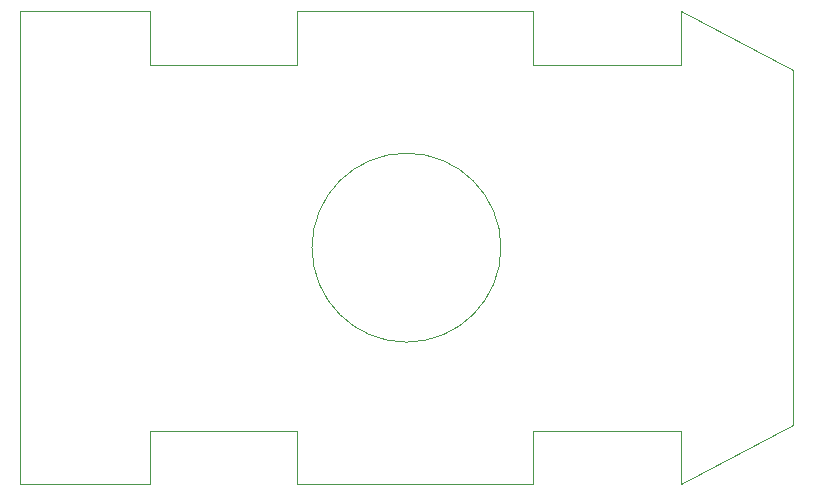
<source format=gbr>
%TF.GenerationSoftware,KiCad,Pcbnew,9.0.3*%
%TF.CreationDate,2025-07-23T20:32:43-05:00*%
%TF.ProjectId,MouseWB5,4d6f7573-6557-4423-952e-6b696361645f,rev?*%
%TF.SameCoordinates,Original*%
%TF.FileFunction,Profile,NP*%
%FSLAX46Y46*%
G04 Gerber Fmt 4.6, Leading zero omitted, Abs format (unit mm)*
G04 Created by KiCad (PCBNEW 9.0.3) date 2025-07-23 20:32:43*
%MOMM*%
%LPD*%
G01*
G04 APERTURE LIST*
%TA.AperFunction,Profile*%
%ADD10C,0.050000*%
%TD*%
G04 APERTURE END LIST*
D10*
X143500000Y-104500000D02*
X143500000Y-100000000D01*
X100000000Y-100000000D02*
X111000000Y-100000000D01*
X165500000Y-105000000D02*
X165500000Y-120000000D01*
X143500000Y-135500000D02*
X156000000Y-135500000D01*
X123500000Y-100000000D02*
X143500000Y-100000000D01*
X123500000Y-135500000D02*
X123500000Y-140000000D01*
X100000000Y-140000000D02*
X111000000Y-140000000D01*
X143500000Y-104500000D02*
X156000000Y-104500000D01*
X156000000Y-100000000D02*
X156000000Y-104500000D01*
X111000000Y-104500000D02*
X123500000Y-104500000D01*
X165500000Y-135000000D02*
X165500000Y-120000000D01*
X111000000Y-140000000D02*
X111000000Y-135500000D01*
X111000000Y-104500000D02*
X111000000Y-100000000D01*
X111000000Y-135500000D02*
X123500000Y-135500000D01*
X140750000Y-120000000D02*
G75*
G02*
X124750000Y-120000000I-8000000J0D01*
G01*
X124750000Y-120000000D02*
G75*
G02*
X140750000Y-120000000I8000000J0D01*
G01*
X156000000Y-100000000D02*
X165500000Y-105000000D01*
X123500000Y-100000000D02*
X123500000Y-104500000D01*
X156000000Y-140000000D02*
X165500000Y-135000000D01*
X156000000Y-135500000D02*
X156000000Y-140000000D01*
X100000000Y-140000000D02*
X100000000Y-100000000D01*
X143500000Y-140000000D02*
X143500000Y-135500000D01*
X123500000Y-140000000D02*
X143500000Y-140000000D01*
M02*

</source>
